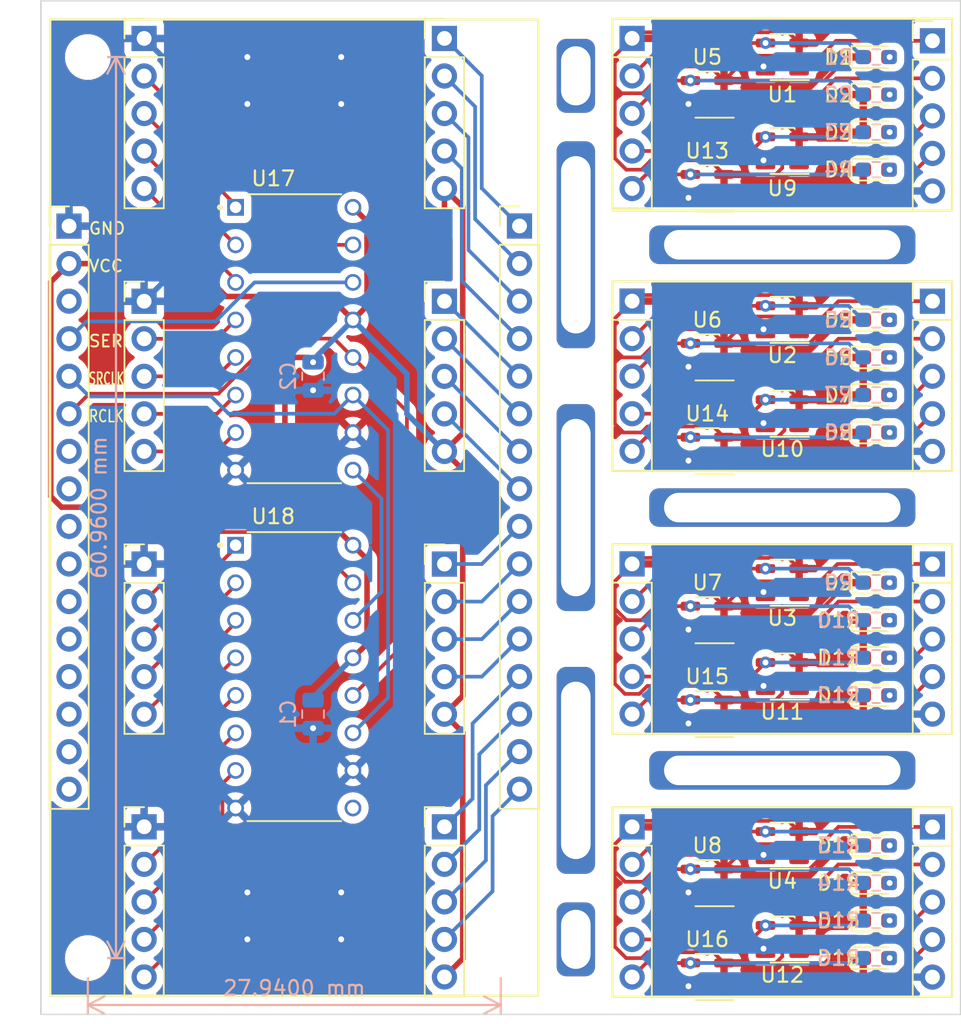
<source format=kicad_pcb>
(kicad_pcb (version 20221018) (generator pcbnew)
  (layers (0 "F.Cu" signal) (31 "B.Cu" signal) (34 "B.Paste" user) (35 "F.Paste" user) (36 "B.SilkS" user "B.Silkscreen") (37 "F.SilkS" user "F.Silkscreen") (38 "B.Mask" user) (39 "F.Mask" user) (44 "Edge.Cuts" user))
  (net 0 "")
  (net 1 "VCC")
  (net 2 "GND")
  (net 3 "GND1")
  (net 4 "Net-(D1-Pad2)")
  (net 5 "Net-(D2-Pad2)")
  (net 6 "Net-(D3-Pad2)")
  (net 7 "Net-(D4-Pad2)")
  (net 8 "GND2")
  (net 9 "Net-(D5-Pad2)")
  (net 10 "Net-(D6-Pad2)")
  (net 11 "Net-(D7-Pad2)")
  (net 12 "Net-(D8-Pad2)")
  (net 13 "GND3")
  (net 14 "Net-(D9-Pad2)")
  (net 15 "Net-(D10-Pad2)")
  (net 16 "Net-(D11-Pad2)")
  (net 17 "Net-(D12-Pad2)")
  (net 18 "GNDA")
  (net 19 "Net-(D13-Pad2)")
  (net 20 "Net-(D14-Pad2)")
  (net 21 "Net-(D15-Pad2)")
  (net 22 "Net-(D16-Pad2)")
  (net 23 "K1")
  (net 24 "K2")
  (net 25 "K3")
  (net 26 "K4")
  (net 27 "K5")
  (net 28 "K6")
  (net 29 "K7")
  (net 30 "K8")
  (net 31 "K9")
  (net 32 "K10")
  (net 33 "K11")
  (net 34 "K12")
  (net 35 "K13")
  (net 36 "K14")
  (net 37 "K15")
  (net 38 "K16")
  (net 39 "S1")
  (net 40 "S2")
  (net 41 "S3")
  (net 42 "S4")
  (net 43 "+3.3V")
  (net 44 "S5")
  (net 45 "S6")
  (net 46 "S7")
  (net 47 "S8")
  (net 48 "+3.3VA")
  (net 49 "S9")
  (net 50 "S10")
  (net 51 "S11")
  (net 52 "S12")
  (net 53 "+3.3VADC")
  (net 54 "S13")
  (net 55 "S14")
  (net 56 "S15")
  (net 57 "S16")
  (net 58 "+3.3VDAC")
  (net 59 "_K1")
  (net 60 "_K2")
  (net 61 "_K3")
  (net 62 "_K4")
  (net 63 "_K5")
  (net 64 "_K6")
  (net 65 "_K7")
  (net 66 "_K8")
  (net 67 "_K9")
  (net 68 "_K10")
  (net 69 "_K11")
  (net 70 "_K12")
  (net 71 "_K13")
  (net 72 "_K14")
  (net 73 "_K15")
  (net 74 "_K16")
  (net 75 "_S1")
  (net 76 "_S2")
  (net 77 "_S3")
  (net 78 "_S4")
  (net 79 "_S5")
  (net 80 "_S6")
  (net 81 "_S7")
  (net 82 "_S8")
  (net 83 "_S9")
  (net 84 "_S10")
  (net 85 "_S11")
  (net 86 "_S12")
  (net 87 "_S13")
  (net 88 "_S14")
  (net 89 "_S15")
  (net 90 "_S16")
  (net 92 "_SER")
  (net 93 "_SRCLK")
  (net 94 "_RCLK")
  (net 105 "Net-(U17-Pad9)")
  (footprint "Connector_PinHeader_2.54mm:PinHeader_1x05_P2.54mm_Vertical" (layer "F.Cu") (at 175.26 60.965)
    (fp_text reference "J1" hide)
    (fp_text value "Conn_01x05" hide)
  )
  (footprint "Connector_PinHeader_2.54mm:PinHeader_1x05_P2.54mm_Vertical" (layer "F.Cu") (at 162.56 114.305)
    (fp_text reference "J16" hide)
    (fp_text value "Conn_01x05")
  )
  (footprint "LED_SMD:LED_0603_1608Metric_Pad1.05x0.95mm_HandSolder" (layer "F.Cu") (at 191.77 97.79)
    (fp_text reference "D9")
    (fp_text value "LED_Small")
  )
  (footprint "" (layer "F.Cu") (at 171.45 92.71 90)
    (fp_text reference "P3" hide)
    (fp_text value "")
  )
  (footprint "Package_TO_SOT_SMD:SOT-23-5" (layer "F.Cu") (at 180.34 118.12 180)
    (fp_text reference "U8")
    (fp_text value "TC4S6FF")
  )
  (footprint "Package_TO_SOT_SMD:SOT-23-5" (layer "F.Cu") (at 185.42 104.14 180)
    (fp_text reference "U11")
    (fp_text value "TC4S6FF")
  )
  (footprint "LED_SMD:LED_0603_1608Metric_Pad1.05x0.95mm_HandSolder" (layer "F.Cu") (at 191.77 82.55)
    (fp_text reference "D6")
    (fp_text value "LED_Small")
  )
  (footprint "74HC:DIP_74HC595" (layer "F.Cu") (at 152.4 81.285)
    (fp_text reference "U17")
    (fp_text value "74HC595")
  )
  (footprint "Connector_PinHeader_2.54mm:PinHeader_1x05_P2.54mm_Vertical" (layer "F.Cu") (at 195.58 96.525)
    (fp_text reference "J7" hide)
    (fp_text value "Conn_01x05" hide)
  )
  (footprint "LED_SMD:LED_0603_1608Metric_Pad1.05x0.95mm_HandSolder" (layer "F.Cu") (at 191.77 120.65)
    (fp_text reference "D15")
    (fp_text value "LED_Small")
  )
  (footprint "Package_TO_SOT_SMD:SOT-23-5" (layer "F.Cu") (at 185.42 115.58 180)
    (fp_text reference "U4")
    (fp_text value "TC4S6FF")
  )
  (footprint "" (layer "F.Cu") (at 185.42 74.93)
    (fp_text reference "P6" hide)
    (fp_text value "")
  )
  (footprint "" (layer "F.Cu") (at 171.45 121.92)
    (fp_text reference "P5" hide)
    (fp_text value "")
  )
  (footprint "Connector_PinHeader_2.54mm:PinHeader_1x05_P2.54mm_Vertical" (layer "F.Cu") (at 142.24 78.75)
    (fp_text reference "J10" hide)
    (fp_text value "Conn_01x05" hide)
  )
  (footprint "" (layer "F.Cu") (at 171.45 110.49)
    (fp_text reference "P4" hide)
    (fp_text value "")
  )
  (footprint "Package_TO_SOT_SMD:SOT-23-5" (layer "F.Cu") (at 185.42 68.58 180)
    (fp_text reference "U9")
    (fp_text value "TC4S6FF")
  )
  (footprint "Connector_PinHeader_2.54mm:PinHeader_1x05_P2.54mm_Vertical" (layer "F.Cu") (at 175.26 78.74)
    (fp_text reference "J2" hide)
    (fp_text value "Conn_01x05" hide)
  )
  (footprint "Connector_PinHeader_2.54mm:PinHeader_1x16_P2.54mm_Vertical" (layer "F.Cu") (at 137.16 73.665)
    (fp_text reference "J17" hide)
    (fp_text value "Conn_01x16")
  )
  (footprint "" (layer "F.Cu") (at 185.42 92.71)
    (fp_text reference "P7" hide)
    (fp_text value "")
  )
  (footprint "LED_SMD:LED_0603_1608Metric_Pad1.05x0.95mm_HandSolder" (layer "F.Cu") (at 191.77 105.41)
    (fp_text reference "D12")
    (fp_text value "LED_Small")
  )
  (footprint "LED_SMD:LED_0603_1608Metric_Pad1.05x0.95mm_HandSolder" (layer "F.Cu") (at 191.77 87.63)
    (fp_text reference "D8")
    (fp_text value "LED_Small")
  )
  (footprint "Connector_PinHeader_2.54mm:PinHeader_1x05_P2.54mm_Vertical" (layer "F.Cu") (at 162.56 78.75)
    (fp_text reference "J14" hide)
    (fp_text value "Conn_01x05" hide)
  )
  (footprint "Connector_PinHeader_2.54mm:PinHeader_1x05_P2.54mm_Vertical" (layer "F.Cu") (at 195.58 114.315)
    (fp_text reference "J8" hide)
    (fp_text value "Conn_01x05" hide)
  )
  (footprint "MyLibrary:NEJI_2.6mm" (layer "F.Cu") (at 138.43 62.23)
    (fp_text reference "REF**" hide)
    (fp_text value "NEJI_2.6mm" hide)
  )
  (footprint "" (layer "F.Cu") (at 171.45 74.93 90)
    (fp_text reference "P2" hide)
    (fp_text value "")
  )
  (footprint "Connector_PinHeader_2.54mm:PinHeader_1x16_P2.54mm_Vertical" (layer "F.Cu") (at 167.64 73.66)
    (fp_text reference "J18" hide)
    (fp_text value "Conn_01x16")
  )
  (footprint "Connector_PinHeader_2.54mm:PinHeader_1x05_P2.54mm_Vertical" (layer "F.Cu") (at 142.24 114.305)
    (fp_text reference "J12" hide)
    (fp_text value "Conn_01x05")
  )
  (footprint "74HC:DIP_74HC595" (layer "F.Cu") (at 152.4 104.145)
    (fp_text reference "U18")
    (fp_text value "74HC595")
  )
  (footprint "Connector_PinHeader_2.54mm:PinHeader_1x05_P2.54mm_Vertical" (layer "F.Cu") (at 175.26 114.31)
    (fp_text reference "J4" hide)
    (fp_text value "Conn_01x05" hide)
  )
  (footprint "LED_SMD:LED_0603_1608Metric_Pad1.05x0.95mm_HandSolder" (layer "F.Cu") (at 191.77 69.85)
    (fp_text reference "D4")
    (fp_text value "LED_Small")
  )
  (footprint "Connector_PinHeader_2.54mm:PinHeader_1x05_P2.54mm_Vertical" (layer "F.Cu") (at 175.26 96.52)
    (fp_text reference "J3" hide)
    (fp_text value "Conn_01x05" hide)
  )
  (footprint "LED_SMD:LED_0603_1608Metric_Pad1.05x0.95mm_HandSolder" (layer "F.Cu") (at 191.77 102.87)
    (fp_text reference "D11")
    (fp_text value "LED_Small")
  )
  (footprint "Package_TO_SOT_SMD:SOT-23-5" (layer "F.Cu") (at 180.34 64.77 180)
    (fp_text reference "U5")
    (fp_text value "TC4S6FF")
  )
  (footprint "Connector_PinHeader_2.54mm:PinHeader_1x05_P2.54mm_Vertical" (layer "F.Cu") (at 195.58 78.745)
    (fp_text reference "J6" hide)
    (fp_text value "Conn_01x05" hide)
  )
  (footprint "LED_SMD:LED_0603_1608Metric_Pad1.05x0.95mm_HandSolder" (layer "F.Cu") (at 191.77 85.09)
    (fp_text reference "D7")
    (fp_text value "LED_Small")
  )
  (footprint "LED_SMD:LED_0603_1608Metric_Pad1.05x0.95mm_HandSolder" (layer "F.Cu") (at 191.77 118.11)
    (fp_text reference "D14")
    (fp_text value "LED_Small")
  )
  (footprint "MyLibrary:NEJI_2.6mm" (layer "F.Cu") (at 166.37 123.19)
    (fp_text reference "REF**" hide)
    (fp_text value "NEJI_2.6mm" hide)
  )
  (footprint "MyLibrary:NEJI_2.6mm" (layer "F.Cu") (at 166.37 62.23)
    (fp_text reference "REF**" hide)
    (fp_text value "NEJI_2.6mm" hide)
  )
  (footprint "" (layer "F.Cu") (at 171.45 63.5)
    (fp_text reference "P1" hide)
    (fp_text value "")
  )
  (footprint "LED_SMD:LED_0603_1608Metric_Pad1.05x0.95mm_HandSolder" (layer "F.Cu") (at 191.77 67.31)
    (fp_text reference "D3")
    (fp_text value "LED_Small")
  )
  (footprint "Connector_PinHeader_2.54mm:PinHeader_1x05_P2.54mm_Vertical" (layer "F.Cu") (at 162.56 60.97)
    (fp_text reference "J13" hide)
    (fp_text value "Conn_01x05" hide)
  )
  (footprint "Connector_PinHeader_2.54mm:PinHeader_1x05_P2.54mm_Vertical" (layer "F.Cu") (at 195.58 61.131)
    (fp_text reference "J5" hide)
    (fp_text value "Conn_01x05" hide)
  )
  (footprint "Connector_PinHeader_2.54mm:PinHeader_1x05_P2.54mm_Vertical" (layer "F.Cu") (at 142.24 96.53)
    (fp_text reference "J11" hide)
    (fp_text value "Conn_01x05")
  )
  (footprint "LED_SMD:LED_0603_1608Metric_Pad1.05x0.95mm_HandSolder" (layer "F.Cu") (at 191.77 62.23)
    (fp_text reference "D1")
    (fp_text value "LED_Small")
  )
  (footprint "Package_TO_SOT_SMD:SOT-23-5" (layer "F.Cu") (at 185.42 80.01 180)
    (fp_text reference "U2")
    (fp_text value "TC4S6FF")
  )
  (footprint "Package_TO_SOT_SMD:SOT-23-5" (layer "F.Cu") (at 185.42 62.23 180)
    (fp_text reference "U1")
    (fp_text value "TC4S6FF")
  )
  (footprint "Package_TO_SOT_SMD:SOT-23-5" (layer "F.Cu") (at 180.34 106.68 180)
    (fp_text reference "U15")
    (fp_text value "TC4S6FF")
  )
  (footprint "Connector_PinHeader_2.54mm:PinHeader_1x05_P2.54mm_Vertical" (layer "F.Cu") (at 162.56 96.53)
    (fp_text reference "J15" hide)
    (fp_text value "Conn_01x05")
  )
  (footprint "Package_TO_SOT_SMD:SOT-23-5" (layer "F.Cu") (at 180.34 124.47 180)
    (fp_text reference "U16")
    (fp_text value "TC4S6FF")
  )
  (footprint "Package_TO_SOT_SMD:SOT-23-5" (layer "F.Cu") (at 185.42 97.79 180)
    (fp_text reference "U3")
    (fp_text value "TC4S6FF")
  )
  (footprint "Package_TO_SOT_SMD:SOT-23-5" (layer "F.Cu") (at 185.42 86.36 180)
    (fp_text reference "U10")
    (fp_text value "TC4S6FF")
  )
  (footprint "Package_TO_SOT_SMD:SOT-23-5" (layer "F.Cu") (at 185.42 121.93 180)
    (fp_text reference "U12")
    (fp_text value "TC4S6FF")
  )
  (footprint "Package_TO_SOT_SMD:SOT-23-5" (layer "F.Cu") (at 180.34 88.9 180)
    (fp_text reference "U14")
    (fp_text value "TC4S6FF")
  )
  (footprint "Package_TO_SOT_SMD:SOT-23-5" (layer "F.Cu") (at 180.34 100.33 180)
    (fp_text reference "U7")
    (fp_text value "TC4S6FF")
  )
  (footprint "Package_TO_SOT_SMD:SOT-23-5" (layer "F.Cu") (at 180.34 82.55 180)
    (fp_text reference "U6")
    (fp_text value "TC4S6FF")
  )
  (footprint "MyLibrary:NEJI_2.6mm" (layer "F.Cu") (at 185.42 110.49)
    (fp_text reference "P8" hide)
    (fp_text value "NEJI_2.6mm" hide)
  )
  (footprint "LED_SMD:LED_0603_1608Metric_Pad1.05x0.95mm_HandSolder" (layer "F.Cu") (at 191.77 115.57)
    (fp_text reference "D13")
    (fp_text value "LED_Small")
  )
  (footprint "LED_SMD:LED_0603_1608Metric_Pad1.05x0.95mm_HandSolder" (layer "F.Cu") (at 191.77 64.77)
    (fp_text reference "D2")
    (fp_text value "LED_Small")
  )
  (footprint "Package_TO_SOT_SMD:SOT-23-5" (layer "F.Cu") (at 180.34 71.12 180)
    (fp_text reference "U13")
    (fp_text value "TC4S6FF")
  )
  (footprint "Connector_PinHeader_2.54mm:PinHeader_1x05_P2.54mm_Vertical" (layer "F.Cu") (at 142.24 60.97)
    (fp_text reference "J9" hide)
    (fp_text value "Conn_01x05" hide)
  )
  (footprint "LED_SMD:LED_0603_1608Metric_Pad1.05x0.95mm_HandSolder" (layer "F.Cu") (at 191.77 123.19)
    (fp_text reference "D16")
    (fp_text value "LED_Small")
  )
  (footprint "MyLibrary:NEJI_2.6mm" (layer "F.Cu") (at 138.43 123.19)
    (fp_text reference "REF**" hide)
    (fp_text value "NEJI_2.6mm" hide)
  )
  (footprint "LED_SMD:LED_0603_1608Metric_Pad1.05x0.95mm_HandSolder" (layer "F.Cu") (at 191.77 100.33)
    (fp_text reference "D10")
    (fp_text value "LED_Small")
  )
  (footprint "LED_SMD:LED_0603_1608Metric_Pad1.05x0.95mm_HandSolder" (layer "F.Cu") (at 191.77 80.01)
    (fp_text reference "D5")
    (fp_text value "LED_Small")
  )
  (footprint "Resistor_SMD:R_0603_1608Metric_Pad0.98x0.95mm_HandSolder" (layer "B.Cu") (at 191.77 85.09)
    (fp_text reference "R7")
    (fp_text value "1K")
  )
  (footprint "Resistor_SMD:R_0603_1608Metric_Pad0.98x0.95mm_HandSolder" (layer "B.Cu") (at 191.77 102.87)
    (fp_text reference "R11")
    (fp_text value "1K")
  )
  (footprint "Resistor_SMD:R_0603_1608Metric_Pad0.98x0.95mm_HandSolder" (layer "B.Cu") (at 191.77 67.31)
    (fp_text reference "R3")
    (fp_text value "1K")
  )
  (footprint "Capacitor_SMD:C_0805_2012Metric" (layer "B.Cu") (at 153.67 83.825 -90)
    (fp_text reference "C2")
    (fp_text value "0.1u")
  )
  (footprint "Resistor_SMD:R_0603_1608Metric_Pad0.98x0.95mm_HandSolder" (layer "B.Cu") (at 191.77 100.33)
    (fp_text reference "R10")
    (fp_text value "1K")
  )
  (footprint "Resistor_SMD:R_0603_1608Metric_Pad0.98x0.95mm_HandSolder" (layer "B.Cu") (at 191.77 69.85)
    (fp_text reference "R4")
    (fp_text value "1K")
  )
  (footprint "Resistor_SMD:R_0603_1608Metric_Pad0.98x0.95mm_HandSolder" (layer "B.Cu") (at 191.77 105.41)
    (fp_text reference "R12")
    (fp_text value "1K")
  )
  (footprint "Resistor_SMD:R_0603_1608Metric_Pad0.98x0.95mm_HandSolder" (layer "B.Cu") (at 191.77 97.79)
    (fp_text reference "R9")
    (fp_text value "1K")
  )
  (footprint "Resistor_SMD:R_0603_1608Metric_Pad0.98x0.95mm_HandSolder" (layer "B.Cu") (at 191.77 82.55)
    (fp_text reference "R6")
    (fp_text value "1K")
  )
  (footprint "Resistor_SMD:R_0603_1608Metric_Pad0.98x0.95mm_HandSolder" (layer "B.Cu") (at 191.77 118.11)
    (fp_text reference "R14")
    (fp_text value "1K")
  )
  (footprint "Resistor_SMD:R_0603_1608Metric_Pad0.98x0.95mm_HandSolder" (layer "B.Cu") (at 191.77 115.57)
    (fp_text reference "R13")
    (fp_text value "1K")
  )
  (footprint "Resistor_SMD:R_0603_1608Metric_Pad0.98x0.95mm_HandSolder" (layer "B.Cu") (at 191.77 87.63)
    (fp_text reference "R8")
    (fp_text value "1K")
  )
  (footprint "Capacitor_SMD:C_0805_2012Metric" (layer "B.Cu") (at 153.67 106.685 -90)
    (fp_text reference "C1")
    (fp_text value "0.1u")
  )
  (footprint "Resistor_SMD:R_0603_1608Metric_Pad0.98x0.95mm_HandSolder" (layer "B.Cu") (at 191.77 120.65)
    (fp_text reference "R15")
    (fp_text value "1K")
  )
  (footprint "Resistor_SMD:R_0603_1608Metric_Pad0.98x0.95mm_HandSolder" (layer "B.Cu") (at 191.77 80.01)
    (fp_text reference "R5")
    (fp_text value "1K")
  )
  (footprint "Resistor_SMD:R_0603_1608Metric_Pad0.98x0.95mm_HandSolder" (layer "B.Cu") (at 191.77 62.23)
    (fp_text reference "R1")
    (fp_text value "1K")
  )
  (footprint "Resistor_SMD:R_0603_1608Metric_Pad0.98x0.95mm_HandSolder" (layer "B.Cu") (at 191.77 123.19)
    (fp_text reference "R16")
    (fp_text value "1K")
  )
  (footprint "Resistor_SMD:R_0603_1608Metric_Pad0.98x0.95mm_HandSolder" (layer "B.Cu") (at 191.77 64.77)
    (fp_text reference "R2")
    (fp_text value "1K")
  )
  (gr_rect (start 173.93 112.98) (end 196.91 125.805) (stroke (width 0.15)) (fill none) (layer "F.SilkS"))
  (gr_rect (start 173.93 77.41) (end 196.91 90.235) (stroke (width 0.15)) (fill none) (layer "F.SilkS"))
  (gr_rect (start 135.89 59.69) (end 168.91 125.73) (stroke (width 0.15)) (fill none) (layer "F.SilkS"))
  (gr_rect (start 173.93 59.635) (end 196.91 72.621) (stroke (width 0.15)) (fill none) (layer "F.SilkS"))
  (gr_rect (start 173.93 95.19) (end 196.91 108.015) (stroke (width 0.15)) (fill none) (layer "F.SilkS"))
  (gr_rect (start 135.255 58.42) (end 197.485 127) (stroke (width 0.1)) (fill none) (layer "Edge.Cuts"))
  (gr_text "VCC" (at 138.43 76.835) (layer "F.SilkS") (effects (font (size 0.8 0.8) (thickness 0.13)) (justify left bottom)))
  (gr_text "GND" (at 138.43 74.295) (layer "F.SilkS") (effects (font (size 0.8 0.8) (thickness 0.13)) (justify left bottom)))
  (gr_text "SER" (at 138.43 81.915) (layer "F.SilkS") (effects (font (size 0.8 0.8) (thickness 0.13)) (justify left bottom)))
  (gr_text "SRCLK" (at 138.43 84.455) (layer "F.SilkS") (effects (font (size 0.8 0.5) (thickness 0.11) bold) (justify left bottom)))
  (gr_text "RCLK" (at 138.43 86.995) (layer "F.SilkS") (effects (font (size 0.8 0.62) (thickness 0.11) bold) (justify left bottom)))
  (dimension (type aligned) (layer "B.SilkS") (pts (xy 138.43 62.23) (xy 138.43 123.19)) (height -1.905) (gr_text "60.9600 mm" (at 139.185 92.71 90) (layer "B.SilkS") (effects (font (size 1 1) (thickness 0.15)))) (format (prefix "") (suffix "") (units 3) (units_format 1) (precision 4)) (style (thickness 0.15) (arrow_length 1.27) (text_position_mode 0) (extension_height 0.58642) (extension_offset 0.5) keep_text_aligned))
  (dimension (type aligned) (layer "B.SilkS") (pts (xy 166.37 123.19) (xy 138.43 123.19)) (height -3.175) (gr_text "27.9400 mm" (at 152.4 125.215) (layer "B.SilkS") (effects (font (size 1 1) (thickness 0.15)))) (format (prefix "") (suffix "") (units 3) (units_format 1) (precision 4)) (style (thickness 0.15) (arrow_length 1.27) (text_position_mode 0) (extension_height 0.58642) (extension_offset 0.5) keep_text_aligned))
  (segment (start 153.5425 92.6825) (end 153.67 92.555) (width 0.375) (layer "F.Cu") (net 1))
  (segment (start 162.56 73.825) (end 162.56 71.13) (width 0.375) (layer "F.Cu") (net 1))
  (segment (start 154.7825 78.4275) (end 156.37 80.015) (width 0.375) (layer "F.Cu") (net 1))
  (segment (start 157.3225 79.0625) (end 157.245 79.14) (width 0.375) (layer "F.Cu") (net 1))
  (segment (start 135.9225 77.4425) (end 135.9225 91.95759) (width 0.375) (layer "F.Cu") (net 1))
  (segment (start 157.3225 96.2075) (end 157.3225 101.9225) (width 0.375) (layer "F.Cu") (net 1))
  (segment (start 156.37 95.255) (end 157.3225 96.2075) (width 0.375) (layer "F.Cu") (net 1))
  (segment (start 137.16 76.205) (end 135.9225 77.4425) (width 0.375) (layer "F.Cu") (net 1))
  (segment (start 136.64741 92.6825) (end 153.5425 92.6825) (width 0.375) (layer "F.Cu") (net 1))
  (segment (start 156.37 72.395) (end 157.3225 73.3475) (width 0.375) (layer "F.Cu") (net 1))
  (segment (start 152.4 82.55) (end 151.765 83.185) (width 0.375) (layer "F.Cu") (net 1))
  (segment (start 163.7975 107.9275) (end 163.7975 123.2275) (width 0.375) (layer "F.Cu") (net 1))
  (segment (start 153.67 82.875) (end 153.345 82.55) (width 0.375) (layer "F.Cu") (net 1))
  (segment (start 135.9225 91.95759) (end 136.64741 92.6825) (width 0.375) (layer "F.Cu") (net 1))
  (segment (start 145.56491 76.205) (end 147.78741 78.4275) (width 0.375) (layer "F.Cu") (net 1))
  (segment (start 137.16 76.205) (end 145.56491 76.205) (width 0.375) (layer "F.Cu") (net 1))
  (segment (start 162.56 106.69) (end 163.7975 107.9275) (width 0.375) (layer "F.Cu") (net 1))
  (segment (start 157.3225 101.9225) (end 156.37 102.875) (width 0.375) (layer "F.Cu") (net 1))
  (segment (start 162.56 71.13) (end 163.7975 72.3675) (width 0.375) (layer "F.Cu") (net 1))
  (segment (start 163.7975 87.6725) (end 162.56 88.91) (width 0.375) (layer "F.Cu") (net 1))
  (segment (start 147.78741 78.4275) (end 154.7825 78.4275) (width 0.375) (layer "F.Cu") (net 1))
  (segment (start 162.56 88.91) (end 163.7975 90.1475) (width 0.375) (layer "F.Cu") (net 1))
  (segment (start 163.7975 72.3675) (end 163.7975 87.6725) (width 0.375) (layer "F.Cu") (net 1))
  (segment (start 151.765 83.185) (end 151.765 90.65) (width 0.375) (layer "F.Cu") (net 1))
  (segment (start 163.7975 105.4525) (end 162.56 106.69) (width 0.375) (layer "F.Cu") (net 1))
  (segment (start 156.37 95.255) (end 153.67 92.555) (width 0.375) (layer "F.Cu") (net 1))
  (segment (start 151.765 90.65) (end 153.67 92.555) (width 0.375) (layer "F.Cu") (net 1))
  (segment (start 153.345 82.55) (end 152.4 82.55) (width 0.375) (layer "F.Cu") (net 1))
  (segment (start 163.7975 90.1475) (end 163.7975 105.4525) (width 0.375) (layer "F.Cu") (net 1))
  (segment (start 157.245 79.14) (end 162.56 73.825) (width 0.375) (layer "F.Cu") (net 1))
  (segment (start 157.3225 73.3475) (end 157.3225 79.0625) (width 0.375) (layer "F.Cu") (net 1))
  (segment (start 163.7975 123.2275) (end 162.56 124.465) (width 0.375) (layer "F.Cu") (net 1))
  (segment (start 156.37 80.015) (end 157.245 79.14) (width 0.375) (layer "F.Cu") (net 1))
  (via (at 153.67 82.875) (size 0.8) (drill 0.4) (layers "F.Cu" "B.Cu") (net 1))
  (segment (start 153.67 105.575) (end 156.37 102.875) (width 0.375) (layer "B.Cu") (net 1))
  (segment (start 153.67 105.735) (end 153.67 105.575) (width 0.375) (layer "B.Cu") (net 1))
  (segment (start 153.67 82.875) (end 153.67 82.715) (width 0.375) (layer "B.Cu") (net 1))
  (segment (start 156.37 80.015) (end 160.02 83.665) (width 0.375) (layer "B.Cu") (net 1))
  (segment (start 160.02 83.665) (end 160.02 86.37) (width 0.375) (layer "B.Cu") (net 1))
  (segment (start 153.67 82.715) (end 156.37 80.015) (width 0.375) (layer "B.Cu") (net 1))
  (segment (start 160.02 86.37) (end 162.56 88.91) (width 0.375) (layer "B.Cu") (net 1))
  (via (at 153.67 84.775) (size 0.8) (drill 0.4) (layers "F.Cu" "B.Cu") (net 2))
  (via (at 149.225 65.405) (size 0.8) (drill 0.4) (layers "F.Cu" "B.Cu") (net 2))
  (via (at 149.225 118.745) (size 0.8) (drill 0.4) (layers "F.Cu" "B.Cu") (net 2))
  (via (at 149.225 121.92) (size 0.8) (drill 0.4) (layers "F.Cu" "B.Cu") (net 2))
  (via (at 155.575 118.745) (size 0.8) (drill 0.4) (layers "F.Cu" "B.Cu") (net 2))
  (via (at 155.575 65.405) (size 0.8) (drill 0.4) (layers "F.Cu" "B.Cu") (net 2))
  (via (at 155.575 62.23) (size 0.8) (drill 0.4) (layers "F.Cu" "B.Cu") (net 2))
  (via (at 149.225 62.23) (size 0.8) (drill 0.4) (layers "F.Cu" "B.Cu") (net 2))
  (via (at 153.67 107.635) (size 0.8) (drill 0.4) (layers "F.Cu" "B.Cu") (net 2))
  (via (at 155.575 121.92) (size 0.8) (drill 0.4) (layers "F.Cu" "B.Cu") (net 2))
  (segment (start 145.415 64.145) (end 142.24 60.97) (width 0.375) (layer "B.Cu") (net 2))
  (segment (start 145.415 75.575) (end 145.415 64.145) (width 0.375) (layer "B.Cu") (net 2))
  (segment (start 156.979328 84.1425) (end 159.262499 86.425671) (width 0.375) (layer "B.Cu") (net 2))
  (segment (start 159.262499 107.602501) (end 156.37 110.495) (width 0.375) (layer "B.Cu") (net 2))
  (segment (start 154.3025 84.1425) (end 156.979328 84.1425) (width 0.375) (layer "B.Cu") (net 2))
  (segment (start 153.67 107.635) (end 153.67 107.95) (width 0.375) (layer "B.Cu") (net 2))
  (segment (start 153.67 84.775) (end 154.3025 84.1425) (width 0.375) (layer "B.Cu") (net 2))
  (segment (start 142.24 78.75) (end 145.415 75.575) (width 0.375) (layer "B.Cu") (net 2))
  (segment (start 159.262499 86.425671) (end 159.262499 107.602501) (width 0.375) (layer "B.Cu") (net 2))
  (segment (start 181.4775 70.17) (end 184.976751 70.17) (width 0.25) (layer "F.Cu") (net 3))
  (segment (start 181.4775 63.82) (end 183.1575 62.14) (width 0.25) (layer "F.Cu") (net 3))
  (segment (start 186.173249 68.58) (end 186.5575 68.58) (width 0.25) (layer "F.Cu") (net 3))
  (segment (start 180.5225 62.865) (end 181.4775 63.82) (width 0.25) (layer "F.Cu") (net 3))
  (segment (start 175.898604 69.85) (end 176.533604 69.215) (width 0.25) (layer "F.Cu") (net 3))
  (segment (start 185.8325 60.555) (end 186.5575 61.28) (width 0.25) (layer "F.Cu") (net 3))
  (segment (start 180.5225 69.215) (end 181.4775 70.17) (width 0.25) (layer "F.Cu") (net 3))
  (segment (start 174.535 64.68) (end 175.988604 64.68) (width 0.25) (layer "F.Cu") (net 3))
  (segment (start 180.645 66.345) (end 180.34 66.04) (width 0.25) (layer "F.Cu") (net 3))
  (segment (start 181.4775 63.82) (end 181.4775 64.77) (width 0.25) (layer "F.Cu") (net 3))
  (segment (start 185.2725 66.345) (end 180.645 66.345) (width 0.25) (layer "F.Cu") (net 3))
  (segment (start 189.863604 62.23) (end 190.895 62.23) (width 0.25) (layer "F.Cu") (net 3))
  (segment (start 188.273604 63.82) (end 189.863604 62.23) (width 0.25) (layer "F.Cu") (net 3))
  (segment (start 186.5575 67.63) (end 186.5575 68.58) (width 0.25) (layer "F.Cu") (net 3))
  (segment (start 186.5575 61.28) (end 186.5575 62.23) (width 0.25) (layer "F.Cu") (net 3))
  (segment (start 174.085 62.14) (end 174.085 64.23) (width 0.25) (layer "F.Cu") (net 3))
  (segment (start 174.863299 69.85) (end 175.898604 69.85) (width 0.25) (layer "F.Cu") (net 3))
  (segment (start 180.34 65.523249) (end 181.093249 64.77) (width 0.25) (layer "F.Cu") (net 3))
  (segment (start 175.26 60.965) (end 175.67 60.555) (width 0.25) (layer "F.Cu") (net 3))
  (segment (start 181.4775 63.82) (end 188.273604 63.82) (width 0.25) (layer "F.Cu") (net 3))
  (segment (start 175.988604 64.68) (end 177.803604 62.865) (width 0.25) (layer "F.Cu") (net 3))
  (segment (start 177.803604 62.865) (end 180.5225 62.865) (width 0.25) (layer "F.Cu") (net 3))
  (segment (start 181.093249 64.77) (end 181.4775 64.77) (width 0.25) (layer "F.Cu") (net 3))
  (segment (start 176.533604 69.215) (end 180.5225 69.215) (width 0.25) (layer "F.Cu") (net 3))
  (segment (start 186.5575 67.63) (end 185.2725 66.345) (width 0.25) (layer "F.Cu") (net 3))
  (segment (start 180.34 66.04) (end 180.34 65.523249) (width 0.25) (layer "F.Cu") (net 3))
  (segment (start 183.1575 62.14) (end 186.4675 62.14) (width 0.25) (layer "F.Cu") (net 3))
  (segment (start 185.42 69.726751) (end 185.42 69.333249) (width 0.25) (layer "F.Cu") (net 3))
  (segment (start 174.085 64.23) (end 174.535 64.68) (width 0.25) (layer "F.Cu") (net 3))
  (segment (start 174.085 69.071701) (end 174.863299 69.85) (width 0.25) (layer "F.Cu") (net 3))
  (segment (start 181.4775 70.17) (end 181.4775 71.12) (width 0.25) (layer "F.Cu") (net 3))
  (segment (start 174.085 64.23) (end 174.085 69.071701) (width 0.25) (layer "F.Cu") (net 3))
  (segment (start 184.976751 70.17) (end 185.42 69.726751) (width 0.25) (layer "F.Cu") (net 3))
  (segment (start 175.26 60.965) (end 174.085 62.14) (width 0.25) (layer "F.Cu") (net 3))
  (segment (start 185.42 69.333249) (end 186.173249 68.58) (width 0.25) (layer "F.Cu") (net 3))
  (segment (start 175.67 60.555) (end 185.8325 60.555) (width 0.25) (layer "F.Cu") (net 3))
  (segment (start 186.4675 62.14) (end 186.5575 62.23) (width 0.25) (layer "F.Cu") (net 3))
  (segment (start 192.645 62.23) (end 192.6825 62.23) (width 0.25) (layer "F.Cu") (net 4))
  (via (at 192.6825 62.23) (size 0.8) (drill 0.4) (layers "F.Cu" "B.Cu") (net 4))
  (segment (start 192.645 64.77) (end 192.6825 64.77) (width 0.25) (layer "F.Cu") (net 5))
  (via (at 192.6825 64.77) (size 0.8) (drill 0.4) (layers "F.Cu" "B.Cu") (net 5))
  (segment (start 192.645 67.31) (end 192.6825 67.31) (width 0.25) (layer "F.Cu") (net 6))
  (via (at 192.6825 67.31) (size 0.8) (drill 0.4) (layers "F.Cu" "B.Cu") (net 6))
  (segment (start 192.645 69.85) (end 192.6825 69.85) (width 0.25) (layer "F.Cu") (net 7))
  (via (at 192.6825 69.85) (size 0.8) (drill 0.4) (layers "F.Cu" "B.Cu") (net 7))
  (segment (start 181.4775 81.6) (end 187.251751 81.6) (width 0.25) (layer "F.Cu") (net 8))
  (segment (start 181.4775 81.6) (end 183.2925 79.785) (width 0.25) (layer "F.Cu") (net 8))
  (segment (start 175.665 78.335) (end 185.8325 78.335) (width 0.25) (layer "F.Cu") (net 8))
  (segment (start 185.1 87.95) (end 185.57 87.48) (width 0.25) (layer "F.Cu") (net 8))
  (segment (start 174.085 79.915) (end 174.085 82.01) (width 0.25) (layer "F.Cu") (net 8))
  (segment (start 177.798604 80.645) (end 180.5225 80.645) (width 0.25) (layer "F.Cu") (net 8))
  (segment (start 187.251751 81.6) (end 188.841751 80.01) (width 0.25) (layer "F.Cu") (net 8))
  (segment (start 175.893604 82.55) (end 177.798604 80.645) (width 0.25) (layer "F.Cu") (net 8))
  (segment (start 175.26 78.74) (end 174.085 79.915) (width 0.25) (layer "F.Cu") (net 8))
  (segment (start 181.093249 82.55) (end 181.4775 82.55) (width 0.25) (layer "F.Cu") (net 8))
  (segment (start 186.5575 85.41) (end 185.2725 84.125) (width 0.25) (layer "F.Cu") (net 8))
  (segment (start 176.298604 87.225) (end 180.7525 87.225) (width 0.25) (layer "F.Cu") (net 8))
  (segment (start 188.841751 80.01) (end 190.895 80.01) (width 0.25) (layer "F.Cu") (net 8))
  (segment (start 180.7525 87.225) (end 181.4775 87.95) (width 0.25) (layer "F.Cu") (net 8))
  (segment (start 180.34 83.82) (end 180.34 83.303249) (width 0.25) (layer "F.Cu") (net 8))
  (segment (start 185.57 87.48) (end 185.57 86.963249) (width 0.25) (layer "F.Cu") (net 8))
  (segment (start 185.8325 78.335) (end 186.5575 79.06) (width 0.25) (layer "F.Cu") (net 8))
  (segment (start 175.26 78.74) (end 175.665 78.335) (width 0.25) (layer "F.Cu") (net 8))
  (segment (start 183.2925 79.785) (end 186.3325 79.785) (width 0.25) (layer "F.Cu") (net 8))
  (segment (start 174.625 82.55) (end 175.893604 82.55) (width 0.25) (layer "F.Cu") (net 8))
  (segment (start 174.085 82.01) (end 174.085 87.036701) (width 0.25) (layer "F.Cu") (net 8))
  (segment (start 174.085 87.036701) (end 174.678299 87.63) (width 0.25) (layer "F.Cu") (net 8))
  (segment (start 181.4775 87.95) (end 185.1 87.95) (width 0.25) (layer "F.Cu") (net 8))
  (segment (start 180.34 83.303249) (end 181.093249 82.55) (width 0.25) (layer "F.Cu") (net 8))
  (segment (start 186.3325 79.785) (end 186.5575 80.01) (width 0.25) (layer "F.Cu") (net 8))
  (segment (start 174.085 82.01) (end 174.625 82.55) (width 0.25) (layer "F.Cu") (net 8))
  (segment (start 185.2725 84.125) (end 180.645 84.125) (width 0.25) (layer "F.Cu") (net 8))
  (segment (start 186.173249 86.36) (end 186.5575 86.36) (width 0.25) (layer "F.Cu") (net 8))
  (segment (start 174.678299 87.63) (end 175.893604 87.63) (width 0.25) (layer "F.Cu") (net 8))
  (segment (start 180.645 84.125) (end 180.34 83.82) (width 0.25) (layer "F.Cu") (net 8))
  (segment (start 175.893604 87.63) (end 176.298604 87.225) (width 0.25) (layer "F.Cu") (net 8))
  (segment (start 180.5225 80.645) (end 181.4775 81.6) (width 0.25) (layer "F.Cu") (net 8))
  (segment (start 185.57 86.963249) (end 186.173249 86.36) (width 0.25) (layer "F.Cu") (net 8))
  (segment (start 192.645 80.01) (end 192.6825 80.01) (width 0.25) (layer "F.Cu") (net 9))
  (via (at 192.6825 80.01) (size 0.8) (drill 0.4) (layers "F.Cu" "B.Cu") (net 9))
  (segment (start 192.645 82.55) (end 192.6825 82.55) (width 0.25) (layer "F.Cu") (net 10))
  (via (at 192.6825 82.55) (size 0.8) (drill 0.4) (layers "F.Cu" "B.Cu") (net 10))
  (segment (start 192.645 85.09) (end 192.6825 85.09) (width 0.25) (layer "F.Cu") (net 11))
  (via (at 192.6825 85.09) (size 0.8) (drill 0.4) (layers "F.Cu" "B.Cu") (net 11))
  (segment (start 192.645 87.63) (end 192.6825 87.63) (width 0.25) (layer "F.Cu") (net 12))
  (via (at 192.6825 87.63) (size 0.8) (drill 0.4) (layers "F.Cu" "B.Cu") (net 12))
  (segment (start 174.085 97.695) (end 174.085 99.546701) (width 0.25) (layer "F.Cu") (net 13))
  (segment (start 186.5575 96.84) (end 186.5575 97.79) (width 0.25) (layer "F.Cu") (net 13))
  (segment (start 181.4775 105.73) (end 181.4775 106.68) (width 0.25) (layer "F.Cu") (net 13))
  (segment (start 189.863604 97.79) (end 190.895 97.79) (width 0.25) (layer "F.Cu") (net 13))
  (segment (start 174.085 104.626701) (end 174.773299 105.315) (width 0.25) (layer "F.Cu") (net 13))
  (segment (start 184.976751 105.73) (end 185.42 105.286751) (width 0.25) (layer "F.Cu") (net 13))
  (segment (start 181.4775 99.38) (end 181.4775 100.33) (width 0.25) (layer "F.Cu") (net 13))
  (segment (start 177.798604 98.425) (end 180.5225 98.425) (width 0.25) (layer "F.Cu") (net 13))
  (segment (start 174.085 99.546701) (end 174.085 104.626701) (width 0.25) (layer "F.Cu") (net 13))
  (segment (start 186.4675 97.7) (end 186.5575 97.79) (width 0.25) (layer "F.Cu") (net 13))
  (segment (start 186.055 104.14) (end 186.5575 104.14) (width 0.25) (layer "F.Cu") (net 13))
  (segment (start 186.5575 103.19) (end 186.5575 104.14) (width 0.25) (layer "F.Cu") (net 13))
  (segment (start 180.34 100.965) (end 180.975 100.33) (width 0.25) (layer "F.Cu") (net 13))
  (segment (start 181.4775 99.38) (end 183.1575 97.7) (width 0.25) (layer "F.Cu") (net 13))
  (segment (start 185.42 104.775) (end 186.055 104.14) (width 0.25) (layer "F.Cu") (net 13))
  (segment (start 174.867601 100.329302) (end 175.894302 100.329302) (width 0.25) (layer "F.Cu") (net 13))
  (segment (start 181.4775 99.38) (end 188.273604 99.38) (width 0.25) (layer "F.Cu") (net 13))
  (segment (start 175.894302 100.329302) (end 177.798604 98.425) (width 0.25) (layer "F.Cu") (net 13))
  (segment (start 185.42 105.286751) (end 185.42 104.775) (width 0.25) (layer "F.Cu") (net 13))
  (segment (start 188.273604 99.38) (end 189.863604 97.79) (width 0.25) (layer "F.Cu") (net 13))
  (segment (start 175.26 96.52) (end 175.665 96.115) (width 0.25) (layer "F.Cu") (net 13))
  (segment (start 180.768249 101.905) (end 180.34 101.476751) (width 0.25) (layer "F.Cu") (net 13))
  (segment (start 183.1575 97.7) (end 186.4675 97.7) (width 0.25) (layer "F.Cu") (net 13))
  (segment (start 175.746701 105.315) (end 176.286701 104.775) (width 0.25) (layer "F.Cu") (net 13))
  (segment (start 181.4775 105.73) (end 184.976751 105.73) (width 0.25) (layer "F.Cu") (net 13))
  (segment (start 180.5225 98.425) (end 181.4775 99.38) (width 0.25) (layer "F.Cu") (net 13))
  (segment (start 180.34 101.476751) (end 180.34 100.965) (width 0.25) (layer "F.Cu") (net 13))
  (segment (start 185.8325 96.115) (end 186.5575 96.84) (width 0.25) (layer "F.Cu") (net 13))
  (segment (start 175.665 96.115) (end 185.8325 96.115) (width 0.25) (layer "F.Cu") (net 13))
  (segment (start 186.5575 103.19) (end 185.2725 101.905) (width 0.25) (layer "F.Cu") (net 13))
  (segment (start 185.2725 101.905) (end 180.768249 101.905) (width 0.25) (layer "F.Cu") (net 13))
  (segment (start 180.975 100.33) (end 181.4775 100.33) (width 0.25) (layer "F.Cu") (net 13))
  (segment (start 174.773299 105.315) (end 175.746701 105.315) (width 0.25) (layer "F.Cu") (net 13))
  (segment (start 175.26 96.52) (end 174.085 97.695) (width 0.25) (layer "F.Cu") (net 13))
  (segment (start 180.5225 104.775) (end 181.4775 105.73) (width 0.25) (layer "F.Cu") (net 13))
  (segment (start 174.085 99.546701) (end 174.867601 100.329302) (width 0.25) (layer "F.Cu") (net 13))
  (segment (start 176.286701 104.775) (end 180.5225 104.775) (width 0.25) (layer "F.Cu") (net 13))
  (segment (start 192.645 97.79) (end 192.6825 97.79) (width 0.25) (layer "F.Cu") (net 14))
  (via (at 192.6825 97.79) (size 0.8) (drill 0.4) (layers "F.Cu" "B.Cu") (net 14))
  (segment (start 192.645 100.33) (end 192.6825 100.33) (width 0.25) (layer "F.Cu") (net 15))
  (via (at 192.6825 100.33) (size 0.8) (drill 0.4) (layers "F.Cu" "B.Cu") (net 15))
  (segment (start 192.645 102.87) (end 192.6825 102.87) (width 0.25) (layer "F.Cu") (net 16))
  (via (at 192.6825 102.87) (size 0.8) (drill 0.4) (layers "F.Cu" "B.Cu") (net 16))
  (segment (start 192.645 105.41) (end 192.6825 105.41) (width 0.25) (layer "F.Cu") (net 17))
  (via (at 192.6825 105.41) (size 0.8) (drill 0.4) (layers "F.Cu" "B.Cu") (net 17))
  (segment (start 186.173249 121.93) (end 186.5575 121.93) (width 0.25) (layer "F.Cu") (net 18))
  (segment (start 174.085 117.336701) (end 174.085 122.416701) (width 0.25) (layer "F.Cu") (net 18))
  (segment (start 180.5125 116.205) (end 181.4775 117.17) (width 0.25) (layer "F.Cu") (net 18))
  (segment (start 177.808604 116.205) (end 180.5125 116.205) (width 0.25) (layer "F.Cu") (net 18))
  (segment (start 185.42 123.076751) (end 185.42 122.683249) (width 0.25) (layer "F.Cu") (net 18))
  (segment (start 174.085 122.416701) (end 174.858299 123.19) (width 0.25) (layer "F.Cu") (net 18))
  (segment (start 181.4775 117.17) (end 183.1675 115.48) (width 0.25) (layer "F.Cu") (net 18))
  (segment (start 175.988604 118.025) (end 177.808604 116.205) (width 0.25) (layer "F.Cu") (net 18))
  (segment (start 184.976751 123.52) (end 185.42 123.076751) (width 0.25) (layer "F.Cu") (net 18))
  (segment (start 175.903604 123.19) (end 176.298604 122.795) (width 0.25) (layer "F.Cu") (net 18))
  (segment (start 180.7525 122.795) (end 181.4775 123.52) (width 0.25) (layer "F.Cu") (net 18))
  (segment (start 188.851751 115.57) (end 190.895 115.57) (width 0.25) (layer "F.Cu") (net 18))
  (segment (start 180.655 119.695) (end 180.34 119.38) (width 0.25) (layer "F.Cu") (net 18))
  (segment (start 180.34 118.873249) (end 181.093249 118.12) (width 0.25) (layer "F.Cu") (net 18))
  (segment (start 185.2725 119.695) (end 180.655 119.695) (width 0.25) (layer "F.Cu") (net 18))
  (segment (start 180.34 119.38) (end 180.34 118.873249) (width 0.25) (layer "F.Cu") (net 18))
  (segment (start 181.4775 123.52) (end 181.4775 124.47) (width 0.25) (layer "F.Cu") (net 18))
  (segment (start 174.085 115.485) (end 174.085 117.336701) (width 0.25) (layer "F.Cu") (net 18))
  (segment (start 174.773299 118.025) (end 175.988604 118.025) (width 0.25) (layer "F.Cu") (net 18))
  (segment (start 175.665 113.905) (end 185.8325 113.905) (width 0.25) (layer "F.Cu") (net 18))
  (segment (start 185.42 122.683249) (end 186.173249 121.93) (width 0.25) (layer "F.Cu") (net 18))
  (segment (start 181.4775 123.52) (end 184.976751 123.52) (width 0.25) (layer "F.Cu") (net 18))
  (segment (start 181.4775 117.17) (end 181.4775 118.12) (width 0.25) (layer "F.Cu") (net 18))
  (segment (start 181.093249 118.12) (end 181.4775 118.12) (width 0.25) (layer "F.Cu") (net 18))
  (segment (start 187.251751 117.17) (end 188.851751 115.57) (width 0.25) (layer "F.Cu") (net 18))
  (segment (start 174.085 117.336701) (end 174.773299 118.025) (width 0.25) (layer "F.Cu") (net 18))
  (segment (start 181.4775 117.17) (end 187.251751 117.17) (width 0.25) (layer "F.Cu") (net 18))
  (segment (start 186.4575 115.48) (end 186.5575 115.58) (width 0.25) (layer "F.Cu") (net 18))
  (segment (start 175.26 114.31) (end 174.085 115.485) (width 0.25) (layer "F.Cu") (net 18))
  (segment (start 174.858299 123.19) (end 175.903604 123.19) (width 0.25) (layer "F.Cu") (net 18))
  (segment (start 186.5575 114.63) (end 186.5575 115.58) (width 0.25) (layer "F.Cu") (net 18))
  (segment (start 185.8325 113.905) (end 186.5575 114.63) (width 0.25) (layer "F.Cu") (net 18))
  (segment (start 186.5575 120.98) (end 185.2725 119.695) (width 0.25) (layer "F.Cu") (net 18))
  (segment (start 186.5575 120.98) (end 186.5575 121.93) (width 0.25) (layer "F.Cu") (net 18))
  (segment (start 175.26 114.31) (end 175.665 113.905) (width 0.25) (layer "F.Cu") (net 18))
  (segment (start 183.1675 115.48) (end 186.4575 115.48) (width 0.25) (layer "F.Cu") (net 18))
  (segment (start 176.298604 122.795) (end 180.7525 122.795) (width 0.25) (layer "F.Cu") (net 18))
  (segment (start 192.645 115.57) (end 192.6825 115.57) (width 0.25) (layer "F.Cu") (net 19))
  (via (at 192.6825 115.57) (size 0.8) (drill 0.4) (layers "F.Cu" "B.Cu") (net 19))
  (segment (start 192.645 118.11) (end 192.6825 118.11) (width 0.25) (layer "F.Cu") (net 20))
  (via (at 192.6825 118.11) (size 0.8) (drill 0.4) (layers "F.Cu" "B.Cu") (net 20))
  (segment (start 192.645 120.65) (end 192.6825 120.65) (width 0.25) (layer "F.Cu") (net 21))
  (via (at 192.6825 120.65) (size 0.8) (drill 0.4) (layers "F.Cu" "B.Cu") (net 21))
  (segment (start 192.645 123.19) (end 192.6825 123.19) (width 0.25) (layer "F.Cu") (net 22))
  (via (at 192.6825 123.19) (size 0.8) (drill 0.4) (layers "F.Cu" "B.Cu") (net 22))
  (segment (start 175.26 63.505) (end 177.485 61.28) (width 0.25) (layer "F.Cu") (net 23))
  (segment (start 177.485 61.28) (end 184.2825 61.28) (width 0.25) (layer "F.Cu") (net 23))
  (via (at 184.2825 61.28) (size 0.8) (drill 0.4) (layers "F.Cu" "B.Cu") (net 23))
  (segment (start 184.2825 61.28) (end 189.9075 61.28) (width 0.25) (layer "B.Cu") (net 23))
  (segment (start 189.9075 61.28) (end 190.8575 62.23) (width 0.25) (layer "B.Cu") (net 23))
  (segment (start 175.26 66.045) (end 177.485 63.82) (width 0.25) (layer "F.Cu") (net 24))
  (segment (start 177.485 63.82) (end 179.2025 63.82) (width 0.25) (layer "F.Cu") (net 24))
  (via (at 179.2025 63.82) (size 0.8) (drill 0.4) (layers "F.Cu" "B.Cu") (net 24))
  (segment (start 189.9075 63.82) (end 190.8575 64.77) (width 0.25) (layer "B.Cu") (net 24))
  (segment (start 179.2025 63.82) (end 189.9075 63.82) (width 0.25) (layer "B.Cu") (net 24))
  (segment (start 183.3275 68.585) (end 184.2825 67.63) (width 0.25) (layer "F.Cu") (net 25))
  (segment (start 175.26 68.585) (end 183.3275 68.585) (width 0.25) (layer "F.Cu") (net 25))
  (via (at 184.2825 67.63) (size 0.8) (drill 0.4) (layers "F.Cu" "B.Cu") (net 25))
  (segment (start 190.5375 67.63) (end 190.8575 67.31) (width 0.25) (layer "B.Cu") (net 25))
  (segment (start 184.2825 67.63) (end 190.5375 67.63) (width 0.25) (layer "B.Cu") (net 25))
  (segment (start 176.215 70.17) (end 179.2025 70.17) (width 0.25) (layer "F.Cu") (net 26))
  (segment (start 175.26 71.125) (end 176.215 70.17) (width 0.25) (layer "F.Cu") (net 26))
  (via (at 179.2025 70.17) (size 0.8) (drill 0.4) (layers "F.Cu" "B.Cu") (net 26))
  (segment (start 190.5375 70.17) (end 190.8575 69.85) (width 0.25) (layer "B.Cu") (net 26))
  (segment (start 179.2025 70.17) (end 190.5375 70.17) (width 0.25) (layer "B.Cu") (net 26))
  (segment (start 177.48 79.06) (end 184.2825 79.06) (width 0.25) (layer "F.Cu") (net 27))
  (segment (start 175.26 81.28) (end 177.48 79.06) (width 0.25) (layer "F.Cu") (net 27))
  (via (at 184.2825 79.06) (size 0.8) (drill 0.4) (layers "F.Cu" "B.Cu") (net 27))
  (segment (start 189.9075 79.06) (end 190.8575 80.01) (width 0.25) (layer "B.Cu") (net 27))
  (segment (start 184.2825 79.06) (end 189.9075 79.06) (width 0.25) (layer "B.Cu") (net 27))
  (segment (start 175.26 83.82) (end 177.48 81.6) (width 0.25) (layer "F.Cu") (net 28))
  (segment (start 177.48 81.6) (end 179.2025 81.6) (width 0.25) (layer "F.Cu") (net 28))
  (via (at 179.2025 81.6) (size 0.8) (drill 0.4) (layers "F.Cu" "B.Cu") (net 28))
  (segment (start 179.2025 81.6) (end 189.9075 81.6) (width 0.25) (layer "B.Cu") (net 28))
  (segment (start 189.9075 81.6) (end 190.8575 82.55) (width 0.25) (layer "B.Cu") (net 28))
  (segment (start 183.3325 86.36) (end 184.2825 85.41) (width 0.25) (layer "F.Cu") (net 29))
  (segment (start 175.26 86.36) (end 183.3325 86.36) (width 0.25) (layer "F.Cu") (net 29))
  (via (at 184.2825 85.41) (size 0.8) (drill 0.4) (layers "F.Cu" "B.Cu") (net 29))
  (segment (start 184.2825 85.41) (end 190.5375 85.41) (width 0.25) (layer "B.Cu") (net 29))
  (segment (start 190.5375 85.41) (end 190.8575 85.09) (width 0.25) (layer "B.Cu") (net 29))
  (segment (start 175.26 88.9) (end 176.21 87.95) (width 0.25) (layer "F.Cu") (net 30))
  (segment (start 176.21 87.95) (end 179.2025 87.95) (width 0.25) (layer "F.Cu") (net 30))
  (via (at 179.2025 87.95) (size 0.8) (drill 0.4) (layers "F.Cu" "B.Cu") (net 30))
  (segment (start 179.2025 87.95) (end 190.5375 87.95) (width 0.25) (layer "B.Cu") (net 30))
  (segment (start 190.5375 87.95) (end 190.8575 87.63) (width 0.25) (layer "B.Cu") (net 30))
  (segment (start 175.26 99.06) (end 177.48 96.84) (width 0.25) (layer "F.Cu") (net 31))
  (segment (start 177.48 96.84) (end 184.2825 96.84) (width 0.25) (layer "F.Cu") (net 31))
  (via (at 184.2825 96.84) (size 0.8) (drill 0.4) (layers "F.Cu" "B.Cu") (net 31))
  (segment (start 189.9075 96.84) (end 190.8575 97.79) (width 0.25) (layer "B.Cu") (net 31))
  (segment (start 184.2825 96.84) (end 189.9075 96.84) (width 0.25) (layer "B.Cu") (net 31))
  (segment (start 175.26 101.6) (end 177.48 99.38) (width 0.25) (layer "F.Cu") (net 32))
  (segment (start 177.48 99.38) (end 179.2025 99.38) (width 0.25) (layer "F.Cu") (net 32))
  (via (at 179.2025 99.38) (size 0.8) (drill 0.4) (layers "F.Cu" "B.Cu") (net 32))
  (segment (start 179.2025 99.38) (end 189.9075 99.38) (width 0.25) (layer "B.Cu") (net 32))
  (segment (start 189.9075 99.38) (end 190.8575 100.33) (width 0.25) (layer "B.Cu") (net 32))
  (segment (start 183.3325 104.14) (end 184.2825 103.19) (width 0.25) (layer "F.Cu") (net 33))
  (segment (start 175.26 104.14) (end 183.3325 104.14) (width 0.25) (layer "F.Cu") (net 33))
  (via (at 184.2825 103.19) (size 0.8) (drill 0.4) (layers "F.Cu" "B.Cu") (net 33))
  (segment (start 190.5375 103.19) (end 190.8575 102.87) (width 0.25) (layer "B.Cu") (net 33))
  (segment (start 184.2825 103.19) (end 190.5375 103.19) (width 0.25) (layer "B.Cu") (net 33))
  (segment (start 176.21 105.73) (end 179.2025 105.73) (width 0.25) (layer "F.Cu") (net 34))
  (segment (start 175.26 106.68) (end 176.21 105.73) (width 0.25) (layer "F.Cu") (net 34))
  (via (at 179.2025 105.73) (size 0.8) (drill 0.4) (layers "F.Cu" "B.Cu") (net 34))
  (segment (start 179.2025 105.73) (end 190.5375 105.73) (width 0.25) (layer "B.Cu") (net 34))
  (segment (start 190.5375 105.73) (end 190.8575 105.41) (width 0.25) (layer "B.Cu") (net 34))
  (segment (start 175.26 116.85) (end 177.48 114.63) (width 0.25) (layer "F.Cu") (net 35))
  (segment (start 177.48 114.63) (end 184.2825 114.63) (width 0.25) (layer "F.Cu") (net 35))
  (via (at 184.2825 114.63) (size 0.8) (drill 0.4) (layers "F.Cu" "B.Cu") (net 35))
  (segment (start 189.9175 114.63) (end 190.8575 115.57) (width 0.25) (layer "B.Cu") (net 35))
  (segment (start 184.2825 114.63) (end 189.9175 114.63) (width 0.25) (layer "B.Cu") (net 35))
  (segment (start 175.26 119.39) (end 177.48 117.17) (width 0.25) (layer "F.Cu") (net 36))
  (segment (start 177.48 117.17) (end 179.2025 117.17) (width 0.25) (layer "F.Cu") (net 36))
  (via (at 179.2025 117.17) (size 0.8) (drill 0.4) (layers "F.Cu" "B.Cu") (net 36))
  (segment (start 179.2025 117.17) (end 189.9175 117.17) (width 0.25) (layer "B.Cu") (net 36))
  (segment (start 189.9175 117.17) (end 190.8575 118.11) (width 0.25) (layer "B.Cu") (net 36))
  (segment (start 183.3325 121.93) (end 184.2825 120.98) (width 0.25) (layer "F.Cu") (net 37))
  (segment (start 175.26 121.93) (end 183.3325 121.93) (width 0.25) (layer "F.Cu") (net 37))
  (via (at 184.2825 120.98) (size 0.8) (drill 0.4) (layers "F.Cu" "B.Cu") (net 37))
  (segment (start 184.2825 120.98) (end 190.5275 120.98) (width 0.25) (layer "B.Cu") (net 37))
  (segment (start 190.5275 120.98) (end 190.8575 120.65) (width 0.25) (layer "B.Cu") (net 37))
  (segment (start 176.21 123.52) (end 179.2025 123.52) (width 0.25) (layer "F.Cu") (net 38))
  (segment (start 175.26 124.47) (end 176.21 123.52) (width 0.25) (layer "F.Cu") (net 38))
  (via (at 179.2025 123.52) (size 0.8) (drill 0.4) (layers "F.Cu" "B.Cu") (net 38))
  (segment (start 190.5275 123.52) (end 190.8575 123.19) (width 0.25) (layer "B.Cu") (net 38))
  (segment (start 179.2025 123.52) (end 190.5275 123.52) (width 0.25) (layer "B.Cu") (net 38))
  (segment (start 189.059 61.131) (end 195.58 61.131) (width 0.25) (layer "F.Cu") (net 39))
  (segment (start 187.01 63.18) (end 189.059 61.131) (width 0.25) (layer "F.Cu") (net 39))
  (segment (start 186.5575 63.18) (end 187.01 63.18) (width 0.25) (layer "F.Cu") (net 39))
  (segment (start 181.4775 65.72) (end 187.01 65.72) (width 0.25) (layer "F.Cu") (net 40))
  (segment (start 187.01 65.72) (end 189.059 63.671) (width 0.25) (layer "F.Cu") (net 40))
  (segment (start 189.059 63.671) (end 195.58 63.671) (width 0.25) (layer "F.Cu") (net 40))
  (segment (start 186.5575 69.53) (end 187.01 69.53) (width 0.25) (layer "F.Cu") (net 41))
  (segment (start 193.211 68.58) (end 195.58 66.211) (width 0.25) (layer "F.Cu") (net 41))
  (segment (start 187.01 69.53) (end 187.96 68.58) (width 0.25) (layer "F.Cu") (net 41))
  (segment (start 187.96 68.58) (end 193.211 68.58) (width 0.25) (layer "F.Cu") (net 41))
  (segment (start 192.261 72.07) (end 195.58 68.751) (width 0.25) (layer "F.Cu") (net 42))
  (segment (start 181.4775 72.07) (end 192.261 72.07) (width 0.25) (layer "F.Cu") (net 42))
  (segment (start 179.2025 65.72) (end 179.2025 65.5375) (width 0.25) (layer "F.Cu") (net 43))
  (segment (start 184.2825 69.53) (end 184.2825 69.3475) (width 0.25) (layer "F.Cu") (net 43))
  (segment (start 184.2825 69.3475) (end 184.15 69.215) (width 0.25) (layer "F.Cu") (net 43))
  (segment (start 179.2025 65.5375) (end 179.07 65.405) (width 0.25) (layer "F.Cu") (net 43))
  (segment (start 184.2825 62.9975) (end 184.15 62.865) (width 0.25) (layer "F.Cu") (net 43))
  (segment (start 184.2825 63.18) (end 184.2825 62.9975) (width 0.25) (layer "F.Cu") (net 43))
  (segment (start 179.2025 71.8875) (end 179.07 71.755) (width 0.25) (layer "F.Cu") (net 43))
  (segment (start 179.2025 72.07) (end 179.2025 71.8875) (width 0.25) (layer "F.Cu") (net 43))
  (via (at 184.15 69.215) (size 0.8) (drill 0.4) (layers "F.Cu" "B.Cu") (net 43))
  (via (at 184.15 62.865) (size 0.8) (drill 0.4) (layers "F.Cu" "B.Cu") (net 43))
  (via (at 179.07 71.755) (size 0.8) (drill 0.4) (layers "F.Cu" "B.Cu") (net 43))
  (via (at 179.07 65.405) (size 0.8) (drill 0.4) (layers "F.Cu" "B.Cu") (net 43))
  (segment (start 195.58 71.291) (end 179.534 71.291) (width 0.25) (layer "B.Cu") (net 43))
  (segment (start 179.534 71.291) (end 179.07 71.755) (width 0.25) (layer "B.Cu") (net 43))
  (segment (start 186.5575 80.96) (end 187.01 80.96) (width 0.25) (layer "F.Cu") (net 44))
  (segment (start 189.225 78.745) (end 195.58 78.745) (width 0.25) (layer "F.Cu") (net 44))
  (segment (start 187.01 80.96) (end 189.225 78.745) (width 0.25) (layer "F.Cu") (net 44))
  (segment (start 181.4775 83.5) (end 187.01 83.5) (width 0.25) (layer "F.Cu") (net 45))
  (segment (start 189.225 81.285) (end 195.58 81.285) (width 0.25) (layer "F.Cu") (net 45))
  (segment (start 187.01 83.5) (end 189.225 81.285) (width 0.25) (layer "F.Cu") (net 45))
  (segment (start 187.01 87.31) (end 187.96 86.36) (width 0.25) (layer "F.Cu") (net 46))
  (segment (start 186.5575 87.31) (end 187.01 87.31) (width 0.25) (layer "F.Cu") (net 46))
  (segment (start 193.045 86.36) (end 195.58 83.825) (width 0.25) (layer "F.Cu") (net 46))
  (segment (start 187.96 86.36) (end 193.045 86.36) (width 0.25) (layer "F.Cu") (net 46))
  (segment (start 181.4775 89.85) (end 192.095 89.85) (width 0.25) (layer "F.Cu") (net 47))
  (segment (start 192.095 89.85) (end 195.58 86.365) (width 0.25) (layer "F.Cu") (net 47))
  (segment (start 179.2025 89.85) (end 179.2025 89.6675) (width 0.25) (layer "F.Cu") (net 48))
  (segment (start 179.2025 89.6675) (end 179.07 89.535) (width 0.25) (layer "F.Cu") (net 48))
  (segment (start 184.2825 80.96) (end 184.2825 80.7775) (width 0.25) (layer "F.Cu") (net 48))
  (segment (start 179.2025 83.5) (end 179.2025 83.3175) (width 0.25) (layer "F.Cu") (net 48))
  (segment (start 184.2825 87.1275) (end 184.15 86.995) (width 0.25) (layer "F.Cu") (net 48))
  (segment (start 184.2825 87.31) (end 184.2825 87.1275) (width 0.25) (layer "F.Cu") (net 48))
  (segment (start 179.2025 83.3175) (end 179.07 83.185) (width 0.25) (layer "F.Cu") (net 48))
  (segment (start 184.2825 80.7775) (end 184.15 80.645) (width 0.25) (layer "F.Cu") (net 48))
  (via (at 184.15 86.995) (size 0.8) (drill 0.4) (layers "F.Cu" "B.Cu") (net 48))
  (via (at 179.07 89.535) (size 0.8) (drill 0.4) (layers "F.Cu" "B.Cu") (net 48))
  (via (at 179.07 83.185) (size 0.8) (drill 0.4) (layers "F.Cu" "B.Cu") (net 48))
  (via (at 184.15 80.645) (size 0.8) (drill 0.4) (layers "F.Cu" "B.Cu") (net 48))
  (segment (start 179.7 88.905) (end 179.07 89.535) (width 0.25) (layer "B.Cu") (net 48))
  (segment (start 195.58 88.905) (end 179.7 88.905) (width 0.25) (layer "B.Cu") (net 48))
  (segment (start 189.156751 96.525) (end 195.58 96.525) (width 0.25) (layer "F.Cu") (net 49))
  (segment (start 186.941751 98.74) (end 189.156751 96.525) (width 0.25) (layer "F.Cu") (net 49))
  (segment (start 186.5575 98.74) (end 186.941751 98.74) (width 0.25) (layer "F.Cu") (net 49))
  (segment (start 189.225 99.065) (end 195.58 99.065) (width 0.25) (layer "F.Cu") (net 50))
  (segment (start 181.4775 101.28) (end 187.01 101.28) (width 0.25) (layer "F.Cu") (net 50))
  (segment (start 187.01 101.28) (end 189.225 99.065) (width 0.25) (layer "F.Cu") (net 50))
  (segment (start 187.01 105.09) (end 187.96 104.14) (width 0.25) (layer "F.Cu") (net 51))
  (segment (start 187.96 104.14) (end 193.045 104.14) (width 0.25) (layer "F.Cu") (net 51))
  (segment (start 193.045 104.14) (end 195.58 101.605) (width 0.25) (layer "F.Cu") (net 51))
  (segment (start 186.5575 105.09) (end 187.01 105.09) (width 0.25) (layer "F.Cu") (net 51))
  (segment (start 181.4775 107.63) (end 192.095 107.63) (width 0.25) (layer "F.Cu") (net 52))
  (segment (start 192.095 107.63) (end 195.58 104.145) (width 0.25) (layer "F.Cu") (net 52))
  (segment (start 179.2025 101.0975) (end 179.07 100.965) (width 0.25) (layer "F.Cu") (net 53))
  (segment (start 179.2025 107.63) (end 179.2025 107.4475) (width 0.25) (layer "F.Cu") (net 53))
  (segment (start 184.2825 98.5575) (end 184.15 98.425) (width 0.25) (layer "F.Cu") (net 53))
  (segment (start 184.2825 98.74) (end 184.2825 98.5575) (width 0.25) (layer "F.Cu") (net 53))
  (segment (start 184.2825 104.9075) (end 184.15 104.775) (width 0.25) (layer "F.Cu") (net 53))
  (segment (start 179.2025 107.4475) (end 179.07 107.315) (width 0.25) (layer "F.Cu") (net 53))
  (segment (start 179.2025 101.28) (end 179.2025 101.0975) (width 0.25) (layer "F.Cu") (net 53))
  (segment (start 184.2825 105.09) (end 184.2825 104.9075) (width 0.25) (layer "F.Cu") (net 53))
  (via (at 184.15 98.425) (size 0.8) (drill 0.4) (layers "F.Cu" "B.Cu") (net 53))
  (via (at 179.07 107.315) (size 0.8) (drill 0.4) (layers "F.Cu" "B.Cu") (net 53))
  (via (at 184.15 104.775) (size 0.8) (drill 0.4) (layers "F.Cu" "B.Cu") (net 53))
  (via (at 179.07 100.965) (size 0.8) (drill 0.4) (layers "F.Cu" "B.Cu") (net 53))
  (segment (start 179.7 106.685) (end 179.07 107.315) (width 0.25) (layer "B.Cu") (net 53))
  (segment (start 195.58 106.685) (end 179.7 106.685) (width 0.25) (layer "B.Cu") (net 53))
  (segment (start 189.23 114.3) (end 189.245 114.315) (width 0.25) (layer "F.Cu") (net 54))
  (segment (start 189.245 114.315) (end 195.58 114.315) (width 0.25) (layer "F.Cu") (net 54))
  (segment (start 187 116.53) (end 189.23 114.3) (width 0.25) (layer "F.Cu") (net 54))
  (segment (start 186.5575 116.53) (end 187 116.53) (width 0.25) (layer "F.Cu") (net 54))
  (segment (start 189.215 116.855) (end 195.58 116.855) (width 0.25) (layer "F.Cu") (net 55))
  (segment (start 181.4775 119.07) (end 187 119.07) (width 0.25) (layer "F.Cu") (net 55))
  (segment (start 187 119.07) (end 189.215 116.855) (width 0.25) (layer "F.Cu") (net 55))
  (segment (start 193.055 121.92) (end 195.58 119.395) (width 0.25) (layer "F.Cu") (net 56))
  (segment (start 186.5575 122.88) (end 187.871751 122.88) (width 0.25) (layer "F.Cu") (net 56))
  (segment (start 188.831751 121.92) (end 193.055 121.92) (width 0.25) (layer "F.Cu") (net 56))
  (segment (start 187.871751 122.88) (end 188.831751 121.92) (width 0.25) (layer "F.Cu") (net 56))
  (segment (start 181.4775 125.42) (end 192.095 125.42) (width 0.25) (layer "F.Cu") (net 57))
  (segment (start 192.095 125.42) (end 195.58 121.935) (width 0.25) (layer "F.Cu") (net 57))
  (segment (start 184.2825 122.88) (end 184.2825 122.6875) (width 0.25) (layer "F.Cu") (net 58))
  (segment (start 184.2825 122.6875) (end 184.15 122.555) (width 0.25) (layer "F.Cu") (net 58))
  (segment (start 184.2825 116.53) (end 184.2825 116.3375) (width 0.25) (layer "F.Cu") (net 58))
  (segment (start 179.2025 125.2275) (end 179.07 125.095) (width 0.25) (layer "F.Cu") (net 58))
  (segment (start 179.2025 125.42) (end 179.2025 125.2275) (width 0.25) (layer "F.Cu") (net 58))
  (segment (start 179.2025 118.8775) (end 179.07 118.745) (width 0.25) (layer "F.Cu") (net 58))
  (segment (start 179.2025 119.07) (end 179.2025 118.8775) (width 0.25) (layer "F.Cu") (net 58))
  (segment (start 184.2825 116.3375) (end 184.15 116.205) (width 0.25) (layer "F.Cu") (net 58))
  (via (at 179.07 125.095) (size 0.8) (drill 0.4) (layers "F.Cu" "B.Cu") (net 58))
  (via (at 184.15 122.555) (size 0.8) (drill 0.4) (layers "F.Cu" "B.Cu") (net 58))
  (via (at 184.15 116.205) (size 0.8) (drill 0.4) (layers "F.Cu" "B.Cu") (net 58))
  (via (at 179.07 118.745) (size 0.8) (drill 0.4) (layers "F.Cu" "B.Cu") (net 58))
  (segment (start 195.58 124.475) (end 179.69 124.475) (width 0.25) (layer "B.Cu") (net 58))
  (segment (start 179.69 124.475) (end 179.07 125.095) (width 0.25) (layer "B.Cu") (net 58))
  (segment (start 156.37 74.935) (end 153.665 74.935) (width 0.25) (layer "F.Cu") (net 59))
  (segment (start 153.665 74.935) (end 142.24 63.51) (width 0.25) (layer "F.Cu") (net 59))
  (segment (start 148.43 72.395) (end 148.43 72.24) (width 0.25) (layer "F.Cu") (net 60))
  (segment (start 148.43 72.24) (end 142.24 66.05) (width 0.25) (layer "F.Cu") (net 60))
  (segment (start 142.24 68.745) (end 142.24 68.59) (width 0.25) (layer "F.Cu") (net 61))
  (segment (start 148.43 74.935) (end 142.24 68.745) (width 0.25) (layer "F.Cu") (net 61))
  (segment (start 148.43 77.32) (end 148.43 77.475) (width 0.25) (layer "F.Cu") (net 62))
  (segment (start 142.24 71.13) (end 148.43 77.32) (width 0.25) (layer "F.Cu") (net 62))
  (segment (start 147.155 81.29) (end 148.43 80.015) (width 0.25) (layer "F.Cu") (net 63))
  (segment (start 142.24 81.29) (end 147.155 81.29) (width 0.25) (layer "F.Cu") (net 63))
  (segment (start 142.24 83.83) (end 147.155 83.83) (width 0.25) (layer "F.Cu") (net 64))
  (segment (start 147.155 83.83) (end 148.43 82.555) (width 0.25) (layer "F.Cu") (net 64))
  (segment (start 147.155 86.37) (end 148.43 85.095) (width 0.25) (layer "F.Cu") (net 65))
  (segment (start 142.24 86.37) (end 147.155 86.37) (width 0.25) (layer "F.Cu") (net 65))
  (segment (start 147.155 88.91) (end 148.43 87.635) (width 0.25) (layer "F.Cu") (net 66))
  (segment (start 142.24 88.91) (end 147.155 88.91) (width 0.25) (layer "F.Cu") (net 66))
  (segment (start 156.37 97.795) (end 152.94 94.365) (width 0.25) (layer "F.Cu") (net 67))
  (segment (start 152.94 94.365) (end 146.945 94.365) (width 0.25) (layer "F.Cu") (net 67))
  (segment (start 146.945 94.365) (end 142.24 99.07) (width 0.25) (layer "F.Cu") (net 67))
  (segment (start 148.43 95.42) (end 148.43 95.255) (width 0.25) (layer "F.Cu") (net 68))
  (segment (start 142.24 101.61) (end 148.43 95.42) (width 0.25) (layer "F.Cu") (net 68))
  (segment (start 148.43 97.96) (end 148.43 97.795) (width 0.25) (layer "F.Cu") (net 69))
  (segment (start 142.24 104.15) (end 148.43 97.96) (width 0.25) (layer "F.Cu") (net 69))
  (segment (start 148.43 100.5) (end 148.43 100.335) (width 0.25) (layer "F.Cu") (net 70))
  (segment (start 142.24 106.69) (end 148.43 100.5) (width 0.25) (layer "F.Cu") (net 70))
  (segment (start 146.19 105.115) (end 146.19 112.895) (width 0.25) (layer "F.Cu") (net 71))
  (segment (start 146.19 112.895) (end 142.24 116.845) (width 0.25) (layer "F.Cu") (net 71))
  (segment (start 148.43 102.875) (end 146.19 105.115) (width 0.25) (layer "F.Cu") (net 71))
  (segment (start 146.64 114.985) (end 142.24 119.385) (width 0.25) (layer "F.Cu") (net 72))
  (segment (start 146.64 107.205) (end 146.64 114.985) (width 0.25) (layer "F.Cu") (net 72))
  (segment (start 148.43 105.415) (end 146.64 107.205) (width 0.25) (layer "F.Cu") (net 72))
  (segment (start 147.09 109.295) (end 147.09 117.075) (width 0.25) (layer "F.Cu") (net 73))
  (segment (start 148.43 107.955) (end 147.09 109.295) (width 0.25) (layer "F.Cu") (net 73))
  (segment (start 147.09 117.075) (end 142.24 121.925) (width 0.25) (layer "F.Cu") (net 73))
  (segment (start 147.54 119.165) (end 142.24 124.465) (width 0.25) (layer "F.Cu") (net 74))
  (segment (start 148.43 110.495) (end 147.54 111.385) (width 0.25) (layer "F.Cu") (net 74))
  (segment (start 147.54 111.385) (end 147.54 119.165) (width 0.25) (layer "F.Cu") (net 74))
  (segment (start 165.085 71.12) (end 165.1 71.12) (width 0.25) (layer "B.Cu") (net 75))
  (segment (start 165.1 71.12) (end 167.64 73.66) (width 0.25) (layer "B.Cu") (net 75))
  (segment (start 162.56 60.97) (end 165.085 63.495) (width 0.25) (layer "B.Cu") (net 75))
  (segment (start 165.085 63.495) (end 165.085 71.12) (width 0.25) (layer "B.Cu") (net 75))
  (segment (start 162.56 63.51) (end 164.635 65.585) (width 0.25) (layer "B.Cu") (net 76))
  (segment (start 164.635 65.585) (end 164.635 73.195) (width 0.25) (layer "B.Cu") (net 76))
  (segment (start 164.635 73.195) (end 167.64 76.2) (width 0.25) (layer "B.Cu") (net 76))
  (segment (start 164.185 75.285) (end 167.64 78.74) (width 0.25) (layer "B.Cu") (net 77))
  (segment (start 164.185 67.675) (end 164.185 75.285) (width 0.25) (layer "B.Cu") (net 77))
  (segment (start 162.56 66.05) (end 164.185 67.675) (width 0.25) (layer "B.Cu") (net 77))
  (segment (start 162.56 68.59) (end 163.735 69.765) (width 0.25) (layer "B.Cu") (net 78))
  (segment (start 163.735 77.375) (end 167.64 81.28) (width 0.25) (layer "B.Cu") (net 78))
  (segment (start 163.735 69.765) (end 163.735 77.375) (width 0.25) (layer "B.Cu") (net 78))
  (segment (start 162.57 78.75) (end 167.64 83.82) (width 0.25) (layer "B.Cu") (net 79))
  (segment (start 162.56 78.75) (end 162.57 78.75) (width 0.25) (layer "B.Cu") (net 79))
  (segment (start 167.63 86.36) (end 167.64 86.36) (width 0.25) (layer "B.Cu") (net 80))
  (segment (start 162.56 81.29) (end 167.63 86.36) (width 0.25) (layer "B.Cu") (net 80))
  (segment (start 162.56 83.83) (end 167.63 88.9) (width 0.25) (layer "B.Cu") (net 81))
  (segment (start 167.63 88.9) (end 167.64 88.9) (width 0.25) (layer "B.Cu") (net 81))
  (segment (start 162.56 86.37) (end 167.63 91.44) (width 0.25) (layer "B.Cu") (net 82))
  (segment (start 167.63 91.44) (end 167.64 91.44) (width 0.25) (layer "B.Cu") (net 82))
  (segment (start 165.09 96.53) (end 167.64 93.98) (width 0.25) (layer "B.Cu") (net 83))
  (segment (start 162.56 96.53) (end 165.09 96.53) (width 0.25) (layer "B.Cu") (net 83))
  (segment (start 162.56 99.07) (end 165.09 99.07) (width 0.25) (layer "B.Cu") (net 84))
  (segment (start 165.09 99.07) (end 167.64 96.52) (width 0.25) (layer "B.Cu") (net 84))
  (segment (start 162.56 101.61) (end 165.09 101.61) (width 0.25) (layer "B.Cu") (net 85))
  (segment (start 165.09 101.61) (end 167.64 99.06) (width 0.25) (layer "B.Cu") (net 85))
  (segment (start 162.56 104.15) (end 165.09 104.15) (width 0.25) (layer "B.Cu") (net 86))
  (segment (start 165.09 104.15) (end 167.64 101.6) (width 0.25) (layer "B.Cu") (net 86))
  (segment (start 162.56 114.305) (end 164.465 112.4) (width 0.25) (layer "B.Cu") (net 87))
  (segment (start 164.465 107.315) (end 167.64 104.14) (width 0.25) (layer "B.Cu") (net 87))
  (segment (start 164.465 112.4) (end 164.465 107.315) (width 0.25) (layer "B.Cu") (net 87))
  (segment (start 162.56 116.845) (end 164.915 114.49) (width 0.25) (layer "B.Cu") (net 88))
  (segment (start 164.915 114.49) (end 164.915 109.405) (width 0.25) (layer "B.Cu") (net 88))
  (segment (start 164.915 109.405) (end 167.64 106.68) (width 0.25) (layer "B.Cu") (net 88))
  (segment (start 165.365 111.495) (end 167.64 109.22) (width 0.25) (layer "B.Cu") (net 89))
  (segment (start 162.56 119.385) (end 165.365 116.58) (width 0.25) (layer "B.Cu") (net 89))
  (segment (start 165.365 116.58) (end 165.365 111.495) (width 0.25) (layer "B.Cu") (net 89))
  (segment (start 165.815 113.585) (end 167.64 111.76) (width 0.25) (layer "B.Cu") (net 90))
  (segment (start 162.56 121.925) (end 165.815 118.67) (width 0.25) (layer "B.Cu") (net 90))
  (segment (start 165.815 118.67) (end 165.815 113.585) (width 0.25) (layer "B.Cu") (net 90))
  (segment (start 147.071349 80.115) (end 149.711349 77.475) (width 0.25) (layer "B.Cu") (net 92))
  (segment (start 149.711349 77.475) (end 156.37 77.475) (width 0.25) (layer "B.Cu") (net 92))
  (segment (start 138.33 80.115) (end 147.071349 80.115) (width 0.25) (layer "B.Cu") (net 92))
  (segment (start 137.16 81.285) (end 138.33 80.115) (width 0.25) (layer "B.Cu") (net 92))
  (segment (start 137.16 83.825) (end 138.53 85.195) (width 0.25) (layer "B.Cu") (net 93))
  (segment (start 155.105 86.36) (end 156.37 85.095) (width 0.25) (layer "B.Cu") (net 93))
  (segment (start 158.75 87.475) (end 158.75 105.575) (width 0.25) (layer "B.Cu") (net 93))
  (segment (start 146.79 85.195) (end 147.955 86.36) (width 0.25) (layer "B.Cu") (net 93))
  (segment (start 147.955 86.36) (end 155.105 86.36) (width 0.25) (layer "B.Cu") (net 93))
  (segment (start 158.75 105.575) (end 156.37 107.955) (width 0.25) (layer "B.Cu") (net 93))
  (segment (start 138.53 85.195) (end 146.79 85.195) (width 0.25) (layer "B.Cu") (net 93))
  (segment (start 156.37 85.095) (end 158.75 87.475) (width 0.25) (layer "B.Cu") (net 93))
  (segment (start 155.095 81.28) (end 156.37 82.555) (width 0.25) (layer "F.Cu") (net 94))
  (segment (start 147.261349 85.005) (end 150.986349 81.28) (width 0.25) (layer "F.Cu") (net 94))
  (segment (start 138.52 85.005) (end 147.261349 85.005) (width 0.25) (layer "F.Cu") (net 94))
  (segment (start 160.02 86.205) (end 160.02 101.765) (width 0.25) (layer "F.Cu") (net 94))
  (segment (start 150.986349 81.28) (end 155.095 81.28) (width 0.25) (layer "F.Cu") (net 94))
  (segment (start 160.02 101.765) (end 156.37 105.415) (width 0.25) (layer "F.Cu") (net 94))
  (segment (start 137.16 86.365) (end 138.52 85.005) (width 0.25) (layer "F.Cu") (net 94))
  (segment (start 156.37 82.555) (end 160.02 86.205) (width 0.25) (layer "F.Cu") (net 94))
  (segment (start 158.3 98.405) (end 156.37 100.335) (width 0.25) (layer "B.Cu") (net 105))
  (segment (start 156.37 90.175) (end 158.3 92.105) (width 0.25) (layer "B.Cu") (net 105))
  (segment (start 158.3 92.105) (end 158.3 98.405) (width 0.25) (layer "B.Cu") (net 105))
  (zone (net 8) (net_name "GND2") (layer "F.Cu") (priority 2) (connect_pads (clearance 0.5)) (min_thickness 0.25) (fill yes (thermal_gap 0.5) (thermal_bridge_width 0.5))
    (polygon (pts (xy 173.99 77.47) (xy 196.85 77.47) (xy 196.85 90.17) (xy 173.99 90.17)))
  )
  (zone (net 3) (net_name "GND1") (layer "F.Cu") (connect_pads (clearance 0.5)) (min_thickness 0.25) (fill yes (thermal_gap 0.5) (thermal_bridge_width 0.5))
    (polygon (pts (xy 173.99 59.69) (xy 196.85 59.69) (xy 196.85 72.39) (xy 173.99 72.39)))
  )
  (zone (net 18) (net_name "GNDA") (layer "F.Cu") (priority 6) (connect_pads (clearance 0.5)) (min_thickness 0.25) (fill yes (thermal_gap 0.5) (thermal_bridge_width 0.5))
    (polygon (pts (xy 173.99 113.03) (xy 196.85 113.03) (xy 196.85 125.73) (xy 173.99 125.73)))
  )
  (zone (net 13) (net_name "GND3") (layer "F.Cu") (priority 4) (connect_pads (clearance 0.5)) (min_thickness 0.25) (fill yes (thermal_gap 0.5) (thermal_bridge_width 0.5))
    (polygon (pts (xy 173.99 95.25) (xy 196.85 95.25) (xy 196.85 107.95) (xy 173.99 107.95)))
  )
  (zone (net 2) (net_name "GND") (layers "F&B.Cu") (priority 8) (connect_pads (clearance 0.5)) (min_thickness 0.25) (fill yes (thermal_gap 0.5) (thermal_bridge_width 0.5))
    (polygon (pts (xy 135.89 59.69) (xy 168.91 59.69) (xy 168.91 125.73) (xy 135.89 125.73)))
  )
  (zone (net 53) (net_name "+3.3VADC") (layer "B.Cu") (priority 5) (connect_pads (clearance 0.5)) (min_thickness 0.25) (fill yes (thermal_gap 0.5) (thermal_bridge_width 0.5))
    (polygon (pts (xy 173.99 95.25) (xy 196.85 95.25) (xy 196.85 107.95) (xy 173.99 107.95)))
  )
  (zone (net 58) (net_name "+3.3VDAC") (layer "B.Cu") (priority 7) (connect_pads (clearance 0.5)) (min_thickness 0.25) (fill yes (thermal_gap 0.5) (thermal_bridge_width 0.5))
    (polygon (pts (xy 173.99 113.03) (xy 196.85 113.03) (xy 196.85 125.73) (xy 173.99 125.73)))
  )
  (zone (net 48) (net_name "+3.3VA") (layer "B.Cu") (priority 3) (connect_pads (clearance 0.5)) (min_thickness 0.25) (fill yes (thermal_gap 0.5) (thermal_bridge_width 0.5))
    (polygon (pts (xy 173.99 77.47) (xy 196.85 77.47) (xy 196.85 90.17) (xy 173.99 90.17)))
  )
  (zone (net 43) (net_name "+3.3V") (layer "B.Cu") (priority 1) (connect_pads (clearance 0.5)) (min_thickness 0.25) (fill yes (thermal_gap 0.5) (thermal_bridge_width 0.5))
    (polygon (pts (xy 173.99 59.69) (xy 196.85 59.69) (xy 196.85 72.39) (xy 173.99 72.39)))
  )
)
</source>
